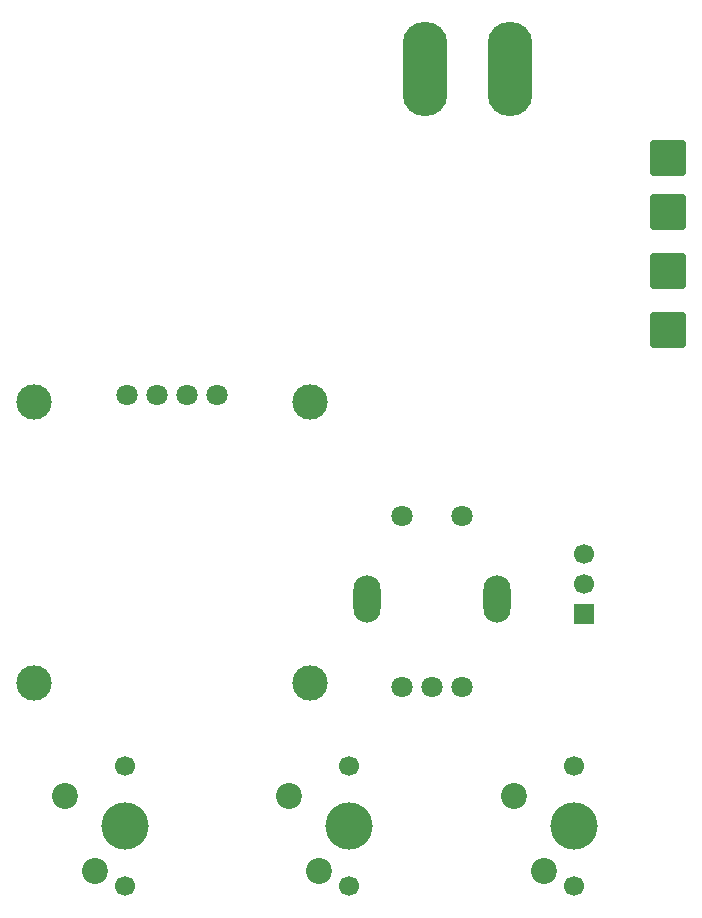
<source format=gbr>
%TF.GenerationSoftware,KiCad,Pcbnew,9.0.6*%
%TF.CreationDate,2026-01-14T19:17:06+00:00*%
%TF.ProjectId,Cinder,43696e64-6572-42e6-9b69-6361645f7063,rev?*%
%TF.SameCoordinates,Original*%
%TF.FileFunction,Soldermask,Top*%
%TF.FilePolarity,Negative*%
%FSLAX46Y46*%
G04 Gerber Fmt 4.6, Leading zero omitted, Abs format (unit mm)*
G04 Created by KiCad (PCBNEW 9.0.6) date 2026-01-14 19:17:06*
%MOMM*%
%LPD*%
G01*
G04 APERTURE LIST*
G04 Aperture macros list*
%AMRoundRect*
0 Rectangle with rounded corners*
0 $1 Rounding radius*
0 $2 $3 $4 $5 $6 $7 $8 $9 X,Y pos of 4 corners*
0 Add a 4 corners polygon primitive as box body*
4,1,4,$2,$3,$4,$5,$6,$7,$8,$9,$2,$3,0*
0 Add four circle primitives for the rounded corners*
1,1,$1+$1,$2,$3*
1,1,$1+$1,$4,$5*
1,1,$1+$1,$6,$7*
1,1,$1+$1,$8,$9*
0 Add four rect primitives between the rounded corners*
20,1,$1+$1,$2,$3,$4,$5,0*
20,1,$1+$1,$4,$5,$6,$7,0*
20,1,$1+$1,$6,$7,$8,$9,0*
20,1,$1+$1,$8,$9,$2,$3,0*%
G04 Aperture macros list end*
%ADD10RoundRect,0.150000X-1.350000X-1.350000X1.350000X-1.350000X1.350000X1.350000X-1.350000X1.350000X0*%
%ADD11C,2.200000*%
%ADD12C,1.700000*%
%ADD13C,4.000000*%
%ADD14C,1.800000*%
%ADD15C,3.000000*%
%ADD16O,3.800000X8.000000*%
%ADD17R,1.700000X1.700000*%
%ADD18O,2.300000X4.000000*%
G04 APERTURE END LIST*
D10*
%TO.C,J1*%
X182000000Y-72410000D03*
%TD*%
%TO.C,J2*%
X182000000Y-77000000D03*
%TD*%
%TO.C,J3*%
X182000000Y-82000000D03*
%TD*%
%TO.C,J4*%
X182000000Y-87000000D03*
%TD*%
D11*
%TO.C,SW1*%
X133460000Y-132810000D03*
X130920000Y-126460000D03*
D12*
X136000000Y-123920000D03*
D13*
X136000000Y-129000000D03*
D12*
X136000000Y-134080000D03*
%TD*%
D11*
%TO.C,SW2*%
X152460000Y-132810000D03*
X149920000Y-126460000D03*
D12*
X155000000Y-123920000D03*
D13*
X155000000Y-129000000D03*
D12*
X155000000Y-134080000D03*
%TD*%
D11*
%TO.C,SW3*%
X171460000Y-132810000D03*
X168920000Y-126460000D03*
D12*
X174000000Y-123920000D03*
D13*
X174000000Y-129000000D03*
D12*
X174000000Y-134080000D03*
%TD*%
D14*
%TO.C,U2*%
X136190000Y-92540000D03*
X138730000Y-92540000D03*
X141270000Y-92540000D03*
X143810000Y-92540000D03*
D15*
X128350000Y-93100000D03*
X151650000Y-93100000D03*
X128350000Y-116900000D03*
X151650000Y-116900000D03*
%TD*%
D16*
%TO.C,U3*%
X161400000Y-64877500D03*
X168600000Y-64877500D03*
%TD*%
D17*
%TO.C,U4*%
X174875000Y-111040000D03*
D12*
X174875000Y-108500000D03*
X174875000Y-105960000D03*
%TD*%
D14*
%TO.C,SW9*%
X159460000Y-117250000D03*
X162000000Y-117250000D03*
X164540000Y-117250000D03*
X159460000Y-102750000D03*
X164540000Y-102750000D03*
D18*
X167500000Y-109750000D03*
X156500000Y-109750000D03*
%TD*%
M02*

</source>
